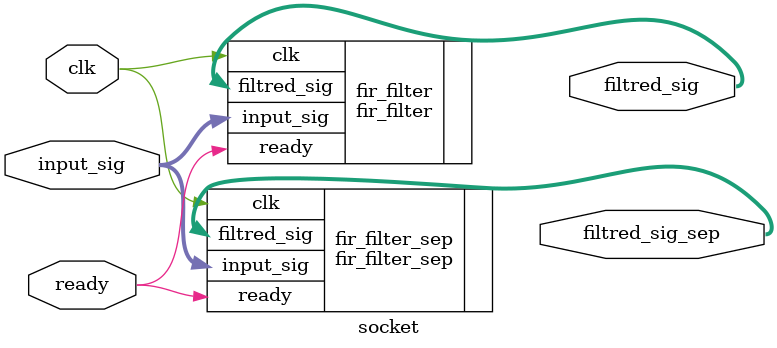
<source format=v>
`timescale 1ns / 1ps

module socket (
    input clk,

    input signed [17 : 0] input_sig,
    input ready,

    output signed [17 : 0] filtred_sig,
    output signed [17 : 0] filtred_sig_sep  
);

fir_filter fir_filter(
    .clk (clk),

    .input_sig (input_sig),
    .ready (ready),

    .filtred_sig (filtred_sig)
);

fir_filter_sep fir_filter_sep(
    .clk (clk),

    .input_sig (input_sig),
    .ready (ready),

    .filtred_sig (filtred_sig_sep)
);

endmodule
</source>
